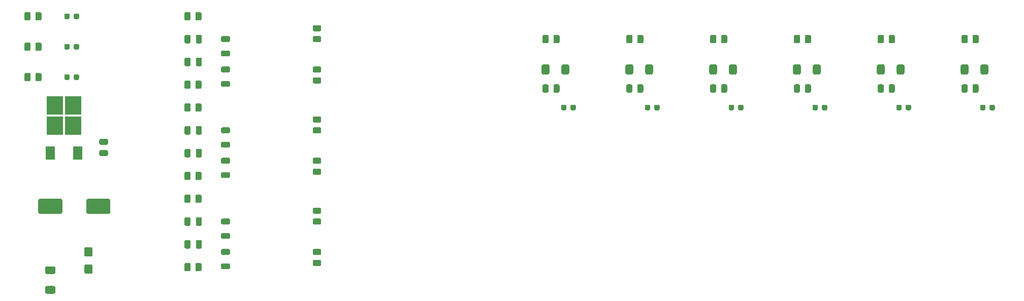
<source format=gbr>
G04 #@! TF.GenerationSoftware,KiCad,Pcbnew,(5.1.10)-1*
G04 #@! TF.CreationDate,2021-10-04T14:19:23-03:00*
G04 #@! TF.ProjectId,ESP-relay_6ch,4553502d-7265-46c6-9179-5f3663682e6b,rev?*
G04 #@! TF.SameCoordinates,Original*
G04 #@! TF.FileFunction,Paste,Top*
G04 #@! TF.FilePolarity,Positive*
%FSLAX46Y46*%
G04 Gerber Fmt 4.6, Leading zero omitted, Abs format (unit mm)*
G04 Created by KiCad (PCBNEW (5.1.10)-1) date 2021-10-04 14:19:23*
%MOMM*%
%LPD*%
G01*
G04 APERTURE LIST*
%ADD10R,2.750000X3.050000*%
%ADD11R,1.600000X2.200000*%
G04 APERTURE END LIST*
G04 #@! TO.C,D1*
G36*
G01*
X71840000Y-113650000D02*
X72940000Y-113650000D01*
G75*
G02*
X73265000Y-113975000I0J-325000D01*
G01*
X73265000Y-114625000D01*
G75*
G02*
X72940000Y-114950000I-325000J0D01*
G01*
X71840000Y-114950000D01*
G75*
G02*
X71515000Y-114625000I0J325000D01*
G01*
X71515000Y-113975000D01*
G75*
G02*
X71840000Y-113650000I325000J0D01*
G01*
G37*
G36*
G01*
X71840000Y-110350000D02*
X72940000Y-110350000D01*
G75*
G02*
X73265000Y-110675000I0J-325000D01*
G01*
X73265000Y-111325000D01*
G75*
G02*
X72940000Y-111650000I-325000J0D01*
G01*
X71840000Y-111650000D01*
G75*
G02*
X71515000Y-111325000I0J325000D01*
G01*
X71515000Y-110675000D01*
G75*
G02*
X71840000Y-110350000I325000J0D01*
G01*
G37*
G04 #@! TD*
G04 #@! TO.C,R17*
G36*
G01*
X154427500Y-81095002D02*
X154427500Y-80194998D01*
G75*
G02*
X154677498Y-79945000I249998J0D01*
G01*
X155202502Y-79945000D01*
G75*
G02*
X155452500Y-80194998I0J-249998D01*
G01*
X155452500Y-81095002D01*
G75*
G02*
X155202502Y-81345000I-249998J0D01*
G01*
X154677498Y-81345000D01*
G75*
G02*
X154427500Y-81095002I0J249998D01*
G01*
G37*
G36*
G01*
X156252500Y-81095002D02*
X156252500Y-80194998D01*
G75*
G02*
X156502498Y-79945000I249998J0D01*
G01*
X157027502Y-79945000D01*
G75*
G02*
X157277500Y-80194998I0J-249998D01*
G01*
X157277500Y-81095002D01*
G75*
G02*
X157027502Y-81345000I-249998J0D01*
G01*
X156502498Y-81345000D01*
G75*
G02*
X156252500Y-81095002I0J249998D01*
G01*
G37*
G04 #@! TD*
G04 #@! TO.C,R26*
G36*
G01*
X227127500Y-71939998D02*
X227127500Y-72840002D01*
G75*
G02*
X226877502Y-73090000I-249998J0D01*
G01*
X226352498Y-73090000D01*
G75*
G02*
X226102500Y-72840002I0J249998D01*
G01*
X226102500Y-71939998D01*
G75*
G02*
X226352498Y-71690000I249998J0D01*
G01*
X226877502Y-71690000D01*
G75*
G02*
X227127500Y-71939998I0J-249998D01*
G01*
G37*
G36*
G01*
X225302500Y-71939998D02*
X225302500Y-72840002D01*
G75*
G02*
X225052502Y-73090000I-249998J0D01*
G01*
X224527498Y-73090000D01*
G75*
G02*
X224277500Y-72840002I0J249998D01*
G01*
X224277500Y-71939998D01*
G75*
G02*
X224527498Y-71690000I249998J0D01*
G01*
X225052502Y-71690000D01*
G75*
G02*
X225302500Y-71939998I0J-249998D01*
G01*
G37*
G04 #@! TD*
G04 #@! TO.C,R24*
G36*
G01*
X213157500Y-71939998D02*
X213157500Y-72840002D01*
G75*
G02*
X212907502Y-73090000I-249998J0D01*
G01*
X212382498Y-73090000D01*
G75*
G02*
X212132500Y-72840002I0J249998D01*
G01*
X212132500Y-71939998D01*
G75*
G02*
X212382498Y-71690000I249998J0D01*
G01*
X212907502Y-71690000D01*
G75*
G02*
X213157500Y-71939998I0J-249998D01*
G01*
G37*
G36*
G01*
X211332500Y-71939998D02*
X211332500Y-72840002D01*
G75*
G02*
X211082502Y-73090000I-249998J0D01*
G01*
X210557498Y-73090000D01*
G75*
G02*
X210307500Y-72840002I0J249998D01*
G01*
X210307500Y-71939998D01*
G75*
G02*
X210557498Y-71690000I249998J0D01*
G01*
X211082502Y-71690000D01*
G75*
G02*
X211332500Y-71939998I0J-249998D01*
G01*
G37*
G04 #@! TD*
G04 #@! TO.C,R22*
G36*
G01*
X199187500Y-71939998D02*
X199187500Y-72840002D01*
G75*
G02*
X198937502Y-73090000I-249998J0D01*
G01*
X198412498Y-73090000D01*
G75*
G02*
X198162500Y-72840002I0J249998D01*
G01*
X198162500Y-71939998D01*
G75*
G02*
X198412498Y-71690000I249998J0D01*
G01*
X198937502Y-71690000D01*
G75*
G02*
X199187500Y-71939998I0J-249998D01*
G01*
G37*
G36*
G01*
X197362500Y-71939998D02*
X197362500Y-72840002D01*
G75*
G02*
X197112502Y-73090000I-249998J0D01*
G01*
X196587498Y-73090000D01*
G75*
G02*
X196337500Y-72840002I0J249998D01*
G01*
X196337500Y-71939998D01*
G75*
G02*
X196587498Y-71690000I249998J0D01*
G01*
X197112502Y-71690000D01*
G75*
G02*
X197362500Y-71939998I0J-249998D01*
G01*
G37*
G04 #@! TD*
G04 #@! TO.C,R20*
G36*
G01*
X185217500Y-71939998D02*
X185217500Y-72840002D01*
G75*
G02*
X184967502Y-73090000I-249998J0D01*
G01*
X184442498Y-73090000D01*
G75*
G02*
X184192500Y-72840002I0J249998D01*
G01*
X184192500Y-71939998D01*
G75*
G02*
X184442498Y-71690000I249998J0D01*
G01*
X184967502Y-71690000D01*
G75*
G02*
X185217500Y-71939998I0J-249998D01*
G01*
G37*
G36*
G01*
X183392500Y-71939998D02*
X183392500Y-72840002D01*
G75*
G02*
X183142502Y-73090000I-249998J0D01*
G01*
X182617498Y-73090000D01*
G75*
G02*
X182367500Y-72840002I0J249998D01*
G01*
X182367500Y-71939998D01*
G75*
G02*
X182617498Y-71690000I249998J0D01*
G01*
X183142502Y-71690000D01*
G75*
G02*
X183392500Y-71939998I0J-249998D01*
G01*
G37*
G04 #@! TD*
G04 #@! TO.C,R18*
G36*
G01*
X171247500Y-71939998D02*
X171247500Y-72840002D01*
G75*
G02*
X170997502Y-73090000I-249998J0D01*
G01*
X170472498Y-73090000D01*
G75*
G02*
X170222500Y-72840002I0J249998D01*
G01*
X170222500Y-71939998D01*
G75*
G02*
X170472498Y-71690000I249998J0D01*
G01*
X170997502Y-71690000D01*
G75*
G02*
X171247500Y-71939998I0J-249998D01*
G01*
G37*
G36*
G01*
X169422500Y-71939998D02*
X169422500Y-72840002D01*
G75*
G02*
X169172502Y-73090000I-249998J0D01*
G01*
X168647498Y-73090000D01*
G75*
G02*
X168397500Y-72840002I0J249998D01*
G01*
X168397500Y-71939998D01*
G75*
G02*
X168647498Y-71690000I249998J0D01*
G01*
X169172502Y-71690000D01*
G75*
G02*
X169422500Y-71939998I0J-249998D01*
G01*
G37*
G04 #@! TD*
G04 #@! TO.C,R16*
G36*
G01*
X157277500Y-71939998D02*
X157277500Y-72840002D01*
G75*
G02*
X157027502Y-73090000I-249998J0D01*
G01*
X156502498Y-73090000D01*
G75*
G02*
X156252500Y-72840002I0J249998D01*
G01*
X156252500Y-71939998D01*
G75*
G02*
X156502498Y-71690000I249998J0D01*
G01*
X157027502Y-71690000D01*
G75*
G02*
X157277500Y-71939998I0J-249998D01*
G01*
G37*
G36*
G01*
X155452500Y-71939998D02*
X155452500Y-72840002D01*
G75*
G02*
X155202502Y-73090000I-249998J0D01*
G01*
X154677498Y-73090000D01*
G75*
G02*
X154427500Y-72840002I0J249998D01*
G01*
X154427500Y-71939998D01*
G75*
G02*
X154677498Y-71690000I249998J0D01*
G01*
X155202502Y-71690000D01*
G75*
G02*
X155452500Y-71939998I0J-249998D01*
G01*
G37*
G04 #@! TD*
G04 #@! TO.C,R15*
G36*
G01*
X117290002Y-110287500D02*
X116389998Y-110287500D01*
G75*
G02*
X116140000Y-110037502I0J249998D01*
G01*
X116140000Y-109512498D01*
G75*
G02*
X116389998Y-109262500I249998J0D01*
G01*
X117290002Y-109262500D01*
G75*
G02*
X117540000Y-109512498I0J-249998D01*
G01*
X117540000Y-110037502D01*
G75*
G02*
X117290002Y-110287500I-249998J0D01*
G01*
G37*
G36*
G01*
X117290002Y-108462500D02*
X116389998Y-108462500D01*
G75*
G02*
X116140000Y-108212502I0J249998D01*
G01*
X116140000Y-107687498D01*
G75*
G02*
X116389998Y-107437500I249998J0D01*
G01*
X117290002Y-107437500D01*
G75*
G02*
X117540000Y-107687498I0J-249998D01*
G01*
X117540000Y-108212502D01*
G75*
G02*
X117290002Y-108462500I-249998J0D01*
G01*
G37*
G04 #@! TD*
G04 #@! TO.C,R14*
G36*
G01*
X97587500Y-110039998D02*
X97587500Y-110940002D01*
G75*
G02*
X97337502Y-111190000I-249998J0D01*
G01*
X96812498Y-111190000D01*
G75*
G02*
X96562500Y-110940002I0J249998D01*
G01*
X96562500Y-110039998D01*
G75*
G02*
X96812498Y-109790000I249998J0D01*
G01*
X97337502Y-109790000D01*
G75*
G02*
X97587500Y-110039998I0J-249998D01*
G01*
G37*
G36*
G01*
X95762500Y-110039998D02*
X95762500Y-110940002D01*
G75*
G02*
X95512502Y-111190000I-249998J0D01*
G01*
X94987498Y-111190000D01*
G75*
G02*
X94737500Y-110940002I0J249998D01*
G01*
X94737500Y-110039998D01*
G75*
G02*
X94987498Y-109790000I249998J0D01*
G01*
X95512502Y-109790000D01*
G75*
G02*
X95762500Y-110039998I0J-249998D01*
G01*
G37*
G04 #@! TD*
G04 #@! TO.C,R13*
G36*
G01*
X116389998Y-100532500D02*
X117290002Y-100532500D01*
G75*
G02*
X117540000Y-100782498I0J-249998D01*
G01*
X117540000Y-101307502D01*
G75*
G02*
X117290002Y-101557500I-249998J0D01*
G01*
X116389998Y-101557500D01*
G75*
G02*
X116140000Y-101307502I0J249998D01*
G01*
X116140000Y-100782498D01*
G75*
G02*
X116389998Y-100532500I249998J0D01*
G01*
G37*
G36*
G01*
X116389998Y-102357500D02*
X117290002Y-102357500D01*
G75*
G02*
X117540000Y-102607498I0J-249998D01*
G01*
X117540000Y-103132502D01*
G75*
G02*
X117290002Y-103382500I-249998J0D01*
G01*
X116389998Y-103382500D01*
G75*
G02*
X116140000Y-103132502I0J249998D01*
G01*
X116140000Y-102607498D01*
G75*
G02*
X116389998Y-102357500I249998J0D01*
G01*
G37*
G04 #@! TD*
G04 #@! TO.C,R12*
G36*
G01*
X97587500Y-98609998D02*
X97587500Y-99510002D01*
G75*
G02*
X97337502Y-99760000I-249998J0D01*
G01*
X96812498Y-99760000D01*
G75*
G02*
X96562500Y-99510002I0J249998D01*
G01*
X96562500Y-98609998D01*
G75*
G02*
X96812498Y-98360000I249998J0D01*
G01*
X97337502Y-98360000D01*
G75*
G02*
X97587500Y-98609998I0J-249998D01*
G01*
G37*
G36*
G01*
X95762500Y-98609998D02*
X95762500Y-99510002D01*
G75*
G02*
X95512502Y-99760000I-249998J0D01*
G01*
X94987498Y-99760000D01*
G75*
G02*
X94737500Y-99510002I0J249998D01*
G01*
X94737500Y-98609998D01*
G75*
G02*
X94987498Y-98360000I249998J0D01*
G01*
X95512502Y-98360000D01*
G75*
G02*
X95762500Y-98609998I0J-249998D01*
G01*
G37*
G04 #@! TD*
G04 #@! TO.C,R11*
G36*
G01*
X117290002Y-95047500D02*
X116389998Y-95047500D01*
G75*
G02*
X116140000Y-94797502I0J249998D01*
G01*
X116140000Y-94272498D01*
G75*
G02*
X116389998Y-94022500I249998J0D01*
G01*
X117290002Y-94022500D01*
G75*
G02*
X117540000Y-94272498I0J-249998D01*
G01*
X117540000Y-94797502D01*
G75*
G02*
X117290002Y-95047500I-249998J0D01*
G01*
G37*
G36*
G01*
X117290002Y-93222500D02*
X116389998Y-93222500D01*
G75*
G02*
X116140000Y-92972502I0J249998D01*
G01*
X116140000Y-92447498D01*
G75*
G02*
X116389998Y-92197500I249998J0D01*
G01*
X117290002Y-92197500D01*
G75*
G02*
X117540000Y-92447498I0J-249998D01*
G01*
X117540000Y-92972502D01*
G75*
G02*
X117290002Y-93222500I-249998J0D01*
G01*
G37*
G04 #@! TD*
G04 #@! TO.C,R10*
G36*
G01*
X97587500Y-94799998D02*
X97587500Y-95700002D01*
G75*
G02*
X97337502Y-95950000I-249998J0D01*
G01*
X96812498Y-95950000D01*
G75*
G02*
X96562500Y-95700002I0J249998D01*
G01*
X96562500Y-94799998D01*
G75*
G02*
X96812498Y-94550000I249998J0D01*
G01*
X97337502Y-94550000D01*
G75*
G02*
X97587500Y-94799998I0J-249998D01*
G01*
G37*
G36*
G01*
X95762500Y-94799998D02*
X95762500Y-95700002D01*
G75*
G02*
X95512502Y-95950000I-249998J0D01*
G01*
X94987498Y-95950000D01*
G75*
G02*
X94737500Y-95700002I0J249998D01*
G01*
X94737500Y-94799998D01*
G75*
G02*
X94987498Y-94550000I249998J0D01*
G01*
X95512502Y-94550000D01*
G75*
G02*
X95762500Y-94799998I0J-249998D01*
G01*
G37*
G04 #@! TD*
G04 #@! TO.C,R9*
G36*
G01*
X116389998Y-85292500D02*
X117290002Y-85292500D01*
G75*
G02*
X117540000Y-85542498I0J-249998D01*
G01*
X117540000Y-86067502D01*
G75*
G02*
X117290002Y-86317500I-249998J0D01*
G01*
X116389998Y-86317500D01*
G75*
G02*
X116140000Y-86067502I0J249998D01*
G01*
X116140000Y-85542498D01*
G75*
G02*
X116389998Y-85292500I249998J0D01*
G01*
G37*
G36*
G01*
X116389998Y-87117500D02*
X117290002Y-87117500D01*
G75*
G02*
X117540000Y-87367498I0J-249998D01*
G01*
X117540000Y-87892502D01*
G75*
G02*
X117290002Y-88142500I-249998J0D01*
G01*
X116389998Y-88142500D01*
G75*
G02*
X116140000Y-87892502I0J249998D01*
G01*
X116140000Y-87367498D01*
G75*
G02*
X116389998Y-87117500I249998J0D01*
G01*
G37*
G04 #@! TD*
G04 #@! TO.C,R8*
G36*
G01*
X97587500Y-83369998D02*
X97587500Y-84270002D01*
G75*
G02*
X97337502Y-84520000I-249998J0D01*
G01*
X96812498Y-84520000D01*
G75*
G02*
X96562500Y-84270002I0J249998D01*
G01*
X96562500Y-83369998D01*
G75*
G02*
X96812498Y-83120000I249998J0D01*
G01*
X97337502Y-83120000D01*
G75*
G02*
X97587500Y-83369998I0J-249998D01*
G01*
G37*
G36*
G01*
X95762500Y-83369998D02*
X95762500Y-84270002D01*
G75*
G02*
X95512502Y-84520000I-249998J0D01*
G01*
X94987498Y-84520000D01*
G75*
G02*
X94737500Y-84270002I0J249998D01*
G01*
X94737500Y-83369998D01*
G75*
G02*
X94987498Y-83120000I249998J0D01*
G01*
X95512502Y-83120000D01*
G75*
G02*
X95762500Y-83369998I0J-249998D01*
G01*
G37*
G04 #@! TD*
G04 #@! TO.C,R7*
G36*
G01*
X117290002Y-79807500D02*
X116389998Y-79807500D01*
G75*
G02*
X116140000Y-79557502I0J249998D01*
G01*
X116140000Y-79032498D01*
G75*
G02*
X116389998Y-78782500I249998J0D01*
G01*
X117290002Y-78782500D01*
G75*
G02*
X117540000Y-79032498I0J-249998D01*
G01*
X117540000Y-79557502D01*
G75*
G02*
X117290002Y-79807500I-249998J0D01*
G01*
G37*
G36*
G01*
X117290002Y-77982500D02*
X116389998Y-77982500D01*
G75*
G02*
X116140000Y-77732502I0J249998D01*
G01*
X116140000Y-77207498D01*
G75*
G02*
X116389998Y-76957500I249998J0D01*
G01*
X117290002Y-76957500D01*
G75*
G02*
X117540000Y-77207498I0J-249998D01*
G01*
X117540000Y-77732502D01*
G75*
G02*
X117290002Y-77982500I-249998J0D01*
G01*
G37*
G04 #@! TD*
G04 #@! TO.C,R6*
G36*
G01*
X97587500Y-79559998D02*
X97587500Y-80460002D01*
G75*
G02*
X97337502Y-80710000I-249998J0D01*
G01*
X96812498Y-80710000D01*
G75*
G02*
X96562500Y-80460002I0J249998D01*
G01*
X96562500Y-79559998D01*
G75*
G02*
X96812498Y-79310000I249998J0D01*
G01*
X97337502Y-79310000D01*
G75*
G02*
X97587500Y-79559998I0J-249998D01*
G01*
G37*
G36*
G01*
X95762500Y-79559998D02*
X95762500Y-80460002D01*
G75*
G02*
X95512502Y-80710000I-249998J0D01*
G01*
X94987498Y-80710000D01*
G75*
G02*
X94737500Y-80460002I0J249998D01*
G01*
X94737500Y-79559998D01*
G75*
G02*
X94987498Y-79310000I249998J0D01*
G01*
X95512502Y-79310000D01*
G75*
G02*
X95762500Y-79559998I0J-249998D01*
G01*
G37*
G04 #@! TD*
G04 #@! TO.C,R5*
G36*
G01*
X116389998Y-70052500D02*
X117290002Y-70052500D01*
G75*
G02*
X117540000Y-70302498I0J-249998D01*
G01*
X117540000Y-70827502D01*
G75*
G02*
X117290002Y-71077500I-249998J0D01*
G01*
X116389998Y-71077500D01*
G75*
G02*
X116140000Y-70827502I0J249998D01*
G01*
X116140000Y-70302498D01*
G75*
G02*
X116389998Y-70052500I249998J0D01*
G01*
G37*
G36*
G01*
X116389998Y-71877500D02*
X117290002Y-71877500D01*
G75*
G02*
X117540000Y-72127498I0J-249998D01*
G01*
X117540000Y-72652502D01*
G75*
G02*
X117290002Y-72902500I-249998J0D01*
G01*
X116389998Y-72902500D01*
G75*
G02*
X116140000Y-72652502I0J249998D01*
G01*
X116140000Y-72127498D01*
G75*
G02*
X116389998Y-71877500I249998J0D01*
G01*
G37*
G04 #@! TD*
G04 #@! TO.C,R4*
G36*
G01*
X97587500Y-68129998D02*
X97587500Y-69030002D01*
G75*
G02*
X97337502Y-69280000I-249998J0D01*
G01*
X96812498Y-69280000D01*
G75*
G02*
X96562500Y-69030002I0J249998D01*
G01*
X96562500Y-68129998D01*
G75*
G02*
X96812498Y-67880000I249998J0D01*
G01*
X97337502Y-67880000D01*
G75*
G02*
X97587500Y-68129998I0J-249998D01*
G01*
G37*
G36*
G01*
X95762500Y-68129998D02*
X95762500Y-69030002D01*
G75*
G02*
X95512502Y-69280000I-249998J0D01*
G01*
X94987498Y-69280000D01*
G75*
G02*
X94737500Y-69030002I0J249998D01*
G01*
X94737500Y-68129998D01*
G75*
G02*
X94987498Y-67880000I249998J0D01*
G01*
X95512502Y-67880000D01*
G75*
G02*
X95762500Y-68129998I0J-249998D01*
G01*
G37*
G04 #@! TD*
G04 #@! TO.C,R3*
G36*
G01*
X68067500Y-74110002D02*
X68067500Y-73209998D01*
G75*
G02*
X68317498Y-72960000I249998J0D01*
G01*
X68842502Y-72960000D01*
G75*
G02*
X69092500Y-73209998I0J-249998D01*
G01*
X69092500Y-74110002D01*
G75*
G02*
X68842502Y-74360000I-249998J0D01*
G01*
X68317498Y-74360000D01*
G75*
G02*
X68067500Y-74110002I0J249998D01*
G01*
G37*
G36*
G01*
X69892500Y-74110002D02*
X69892500Y-73209998D01*
G75*
G02*
X70142498Y-72960000I249998J0D01*
G01*
X70667502Y-72960000D01*
G75*
G02*
X70917500Y-73209998I0J-249998D01*
G01*
X70917500Y-74110002D01*
G75*
G02*
X70667502Y-74360000I-249998J0D01*
G01*
X70142498Y-74360000D01*
G75*
G02*
X69892500Y-74110002I0J249998D01*
G01*
G37*
G04 #@! TD*
G04 #@! TO.C,R2*
G36*
G01*
X68067500Y-79190002D02*
X68067500Y-78289998D01*
G75*
G02*
X68317498Y-78040000I249998J0D01*
G01*
X68842502Y-78040000D01*
G75*
G02*
X69092500Y-78289998I0J-249998D01*
G01*
X69092500Y-79190002D01*
G75*
G02*
X68842502Y-79440000I-249998J0D01*
G01*
X68317498Y-79440000D01*
G75*
G02*
X68067500Y-79190002I0J249998D01*
G01*
G37*
G36*
G01*
X69892500Y-79190002D02*
X69892500Y-78289998D01*
G75*
G02*
X70142498Y-78040000I249998J0D01*
G01*
X70667502Y-78040000D01*
G75*
G02*
X70917500Y-78289998I0J-249998D01*
G01*
X70917500Y-79190002D01*
G75*
G02*
X70667502Y-79440000I-249998J0D01*
G01*
X70142498Y-79440000D01*
G75*
G02*
X69892500Y-79190002I0J249998D01*
G01*
G37*
G04 #@! TD*
G04 #@! TO.C,R1*
G36*
G01*
X68067500Y-69030002D02*
X68067500Y-68129998D01*
G75*
G02*
X68317498Y-67880000I249998J0D01*
G01*
X68842502Y-67880000D01*
G75*
G02*
X69092500Y-68129998I0J-249998D01*
G01*
X69092500Y-69030002D01*
G75*
G02*
X68842502Y-69280000I-249998J0D01*
G01*
X68317498Y-69280000D01*
G75*
G02*
X68067500Y-69030002I0J249998D01*
G01*
G37*
G36*
G01*
X69892500Y-69030002D02*
X69892500Y-68129998D01*
G75*
G02*
X70142498Y-67880000I249998J0D01*
G01*
X70667502Y-67880000D01*
G75*
G02*
X70917500Y-68129998I0J-249998D01*
G01*
X70917500Y-69030002D01*
G75*
G02*
X70667502Y-69280000I-249998J0D01*
G01*
X70142498Y-69280000D01*
G75*
G02*
X69892500Y-69030002I0J249998D01*
G01*
G37*
G04 #@! TD*
G04 #@! TO.C,C1*
G36*
G01*
X70390000Y-101330000D02*
X70390000Y-99330000D01*
G75*
G02*
X70640000Y-99080000I250000J0D01*
G01*
X74140000Y-99080000D01*
G75*
G02*
X74390000Y-99330000I0J-250000D01*
G01*
X74390000Y-101330000D01*
G75*
G02*
X74140000Y-101580000I-250000J0D01*
G01*
X70640000Y-101580000D01*
G75*
G02*
X70390000Y-101330000I0J250000D01*
G01*
G37*
G36*
G01*
X78390000Y-101330000D02*
X78390000Y-99330000D01*
G75*
G02*
X78640000Y-99080000I250000J0D01*
G01*
X82140000Y-99080000D01*
G75*
G02*
X82390000Y-99330000I0J-250000D01*
G01*
X82390000Y-101330000D01*
G75*
G02*
X82140000Y-101580000I-250000J0D01*
G01*
X78640000Y-101580000D01*
G75*
G02*
X78390000Y-101330000I0J250000D01*
G01*
G37*
G04 #@! TD*
G04 #@! TO.C,D5*
G36*
G01*
X102100000Y-72890000D02*
X101100000Y-72890000D01*
G75*
G02*
X100850000Y-72640000I0J250000D01*
G01*
X100850000Y-72140000D01*
G75*
G02*
X101100000Y-71890000I250000J0D01*
G01*
X102100000Y-71890000D01*
G75*
G02*
X102350000Y-72140000I0J-250000D01*
G01*
X102350000Y-72640000D01*
G75*
G02*
X102100000Y-72890000I-250000J0D01*
G01*
G37*
G36*
G01*
X102100000Y-75290000D02*
X101100000Y-75290000D01*
G75*
G02*
X100850000Y-75040000I0J250000D01*
G01*
X100850000Y-74540000D01*
G75*
G02*
X101100000Y-74290000I250000J0D01*
G01*
X102100000Y-74290000D01*
G75*
G02*
X102350000Y-74540000I0J-250000D01*
G01*
X102350000Y-75040000D01*
G75*
G02*
X102100000Y-75290000I-250000J0D01*
G01*
G37*
G04 #@! TD*
G04 #@! TO.C,D6*
G36*
G01*
X102100000Y-80370000D02*
X101100000Y-80370000D01*
G75*
G02*
X100850000Y-80120000I0J250000D01*
G01*
X100850000Y-79620000D01*
G75*
G02*
X101100000Y-79370000I250000J0D01*
G01*
X102100000Y-79370000D01*
G75*
G02*
X102350000Y-79620000I0J-250000D01*
G01*
X102350000Y-80120000D01*
G75*
G02*
X102100000Y-80370000I-250000J0D01*
G01*
G37*
G36*
G01*
X102100000Y-77970000D02*
X101100000Y-77970000D01*
G75*
G02*
X100850000Y-77720000I0J250000D01*
G01*
X100850000Y-77220000D01*
G75*
G02*
X101100000Y-76970000I250000J0D01*
G01*
X102100000Y-76970000D01*
G75*
G02*
X102350000Y-77220000I0J-250000D01*
G01*
X102350000Y-77720000D01*
G75*
G02*
X102100000Y-77970000I-250000J0D01*
G01*
G37*
G04 #@! TD*
G04 #@! TO.C,D7*
G36*
G01*
X102100000Y-90530000D02*
X101100000Y-90530000D01*
G75*
G02*
X100850000Y-90280000I0J250000D01*
G01*
X100850000Y-89780000D01*
G75*
G02*
X101100000Y-89530000I250000J0D01*
G01*
X102100000Y-89530000D01*
G75*
G02*
X102350000Y-89780000I0J-250000D01*
G01*
X102350000Y-90280000D01*
G75*
G02*
X102100000Y-90530000I-250000J0D01*
G01*
G37*
G36*
G01*
X102100000Y-88130000D02*
X101100000Y-88130000D01*
G75*
G02*
X100850000Y-87880000I0J250000D01*
G01*
X100850000Y-87380000D01*
G75*
G02*
X101100000Y-87130000I250000J0D01*
G01*
X102100000Y-87130000D01*
G75*
G02*
X102350000Y-87380000I0J-250000D01*
G01*
X102350000Y-87880000D01*
G75*
G02*
X102100000Y-88130000I-250000J0D01*
G01*
G37*
G04 #@! TD*
G04 #@! TO.C,D8*
G36*
G01*
X102100000Y-93210000D02*
X101100000Y-93210000D01*
G75*
G02*
X100850000Y-92960000I0J250000D01*
G01*
X100850000Y-92460000D01*
G75*
G02*
X101100000Y-92210000I250000J0D01*
G01*
X102100000Y-92210000D01*
G75*
G02*
X102350000Y-92460000I0J-250000D01*
G01*
X102350000Y-92960000D01*
G75*
G02*
X102100000Y-93210000I-250000J0D01*
G01*
G37*
G36*
G01*
X102100000Y-95610000D02*
X101100000Y-95610000D01*
G75*
G02*
X100850000Y-95360000I0J250000D01*
G01*
X100850000Y-94860000D01*
G75*
G02*
X101100000Y-94610000I250000J0D01*
G01*
X102100000Y-94610000D01*
G75*
G02*
X102350000Y-94860000I0J-250000D01*
G01*
X102350000Y-95360000D01*
G75*
G02*
X102100000Y-95610000I-250000J0D01*
G01*
G37*
G04 #@! TD*
G04 #@! TO.C,D9*
G36*
G01*
X102100000Y-105770000D02*
X101100000Y-105770000D01*
G75*
G02*
X100850000Y-105520000I0J250000D01*
G01*
X100850000Y-105020000D01*
G75*
G02*
X101100000Y-104770000I250000J0D01*
G01*
X102100000Y-104770000D01*
G75*
G02*
X102350000Y-105020000I0J-250000D01*
G01*
X102350000Y-105520000D01*
G75*
G02*
X102100000Y-105770000I-250000J0D01*
G01*
G37*
G36*
G01*
X102100000Y-103370000D02*
X101100000Y-103370000D01*
G75*
G02*
X100850000Y-103120000I0J250000D01*
G01*
X100850000Y-102620000D01*
G75*
G02*
X101100000Y-102370000I250000J0D01*
G01*
X102100000Y-102370000D01*
G75*
G02*
X102350000Y-102620000I0J-250000D01*
G01*
X102350000Y-103120000D01*
G75*
G02*
X102100000Y-103370000I-250000J0D01*
G01*
G37*
G04 #@! TD*
G04 #@! TO.C,D10*
G36*
G01*
X102100000Y-108450000D02*
X101100000Y-108450000D01*
G75*
G02*
X100850000Y-108200000I0J250000D01*
G01*
X100850000Y-107700000D01*
G75*
G02*
X101100000Y-107450000I250000J0D01*
G01*
X102100000Y-107450000D01*
G75*
G02*
X102350000Y-107700000I0J-250000D01*
G01*
X102350000Y-108200000D01*
G75*
G02*
X102100000Y-108450000I-250000J0D01*
G01*
G37*
G36*
G01*
X102100000Y-110850000D02*
X101100000Y-110850000D01*
G75*
G02*
X100850000Y-110600000I0J250000D01*
G01*
X100850000Y-110100000D01*
G75*
G02*
X101100000Y-109850000I250000J0D01*
G01*
X102100000Y-109850000D01*
G75*
G02*
X102350000Y-110100000I0J-250000D01*
G01*
X102350000Y-110600000D01*
G75*
G02*
X102100000Y-110850000I-250000J0D01*
G01*
G37*
G04 #@! TD*
G04 #@! TO.C,D12*
G36*
G01*
X154290000Y-78020000D02*
X154290000Y-76920000D01*
G75*
G02*
X154615000Y-76595000I325000J0D01*
G01*
X155265000Y-76595000D01*
G75*
G02*
X155590000Y-76920000I0J-325000D01*
G01*
X155590000Y-78020000D01*
G75*
G02*
X155265000Y-78345000I-325000J0D01*
G01*
X154615000Y-78345000D01*
G75*
G02*
X154290000Y-78020000I0J325000D01*
G01*
G37*
G36*
G01*
X157590000Y-78020000D02*
X157590000Y-76920000D01*
G75*
G02*
X157915000Y-76595000I325000J0D01*
G01*
X158565000Y-76595000D01*
G75*
G02*
X158890000Y-76920000I0J-325000D01*
G01*
X158890000Y-78020000D01*
G75*
G02*
X158565000Y-78345000I-325000J0D01*
G01*
X157915000Y-78345000D01*
G75*
G02*
X157590000Y-78020000I0J325000D01*
G01*
G37*
G04 #@! TD*
D10*
G04 #@! TO.C,U1*
X76195000Y-86815000D03*
X73145000Y-83465000D03*
X73145000Y-86815000D03*
X76195000Y-83465000D03*
D11*
X76950000Y-91440000D03*
X72390000Y-91440000D03*
G04 #@! TD*
G04 #@! TO.C,C2*
G36*
G01*
X79165001Y-108737500D02*
X78314999Y-108737500D01*
G75*
G02*
X78065000Y-108487501I0J249999D01*
G01*
X78065000Y-107412499D01*
G75*
G02*
X78314999Y-107162500I249999J0D01*
G01*
X79165001Y-107162500D01*
G75*
G02*
X79415000Y-107412499I0J-249999D01*
G01*
X79415000Y-108487501D01*
G75*
G02*
X79165001Y-108737500I-249999J0D01*
G01*
G37*
G36*
G01*
X79165001Y-111612500D02*
X78314999Y-111612500D01*
G75*
G02*
X78065000Y-111362501I0J249999D01*
G01*
X78065000Y-110287499D01*
G75*
G02*
X78314999Y-110037500I249999J0D01*
G01*
X79165001Y-110037500D01*
G75*
G02*
X79415000Y-110287499I0J-249999D01*
G01*
X79415000Y-111362501D01*
G75*
G02*
X79165001Y-111612500I-249999J0D01*
G01*
G37*
G04 #@! TD*
G04 #@! TO.C,C3*
G36*
G01*
X81755000Y-90040000D02*
X80805000Y-90040000D01*
G75*
G02*
X80555000Y-89790000I0J250000D01*
G01*
X80555000Y-89290000D01*
G75*
G02*
X80805000Y-89040000I250000J0D01*
G01*
X81755000Y-89040000D01*
G75*
G02*
X82005000Y-89290000I0J-250000D01*
G01*
X82005000Y-89790000D01*
G75*
G02*
X81755000Y-90040000I-250000J0D01*
G01*
G37*
G36*
G01*
X81755000Y-91940000D02*
X80805000Y-91940000D01*
G75*
G02*
X80555000Y-91690000I0J250000D01*
G01*
X80555000Y-91190000D01*
G75*
G02*
X80805000Y-90940000I250000J0D01*
G01*
X81755000Y-90940000D01*
G75*
G02*
X82005000Y-91190000I0J-250000D01*
G01*
X82005000Y-91690000D01*
G75*
G02*
X81755000Y-91940000I-250000J0D01*
G01*
G37*
G04 #@! TD*
G04 #@! TO.C,C4*
G36*
G01*
X95750000Y-71915000D02*
X95750000Y-72865000D01*
G75*
G02*
X95500000Y-73115000I-250000J0D01*
G01*
X95000000Y-73115000D01*
G75*
G02*
X94750000Y-72865000I0J250000D01*
G01*
X94750000Y-71915000D01*
G75*
G02*
X95000000Y-71665000I250000J0D01*
G01*
X95500000Y-71665000D01*
G75*
G02*
X95750000Y-71915000I0J-250000D01*
G01*
G37*
G36*
G01*
X97650000Y-71915000D02*
X97650000Y-72865000D01*
G75*
G02*
X97400000Y-73115000I-250000J0D01*
G01*
X96900000Y-73115000D01*
G75*
G02*
X96650000Y-72865000I0J250000D01*
G01*
X96650000Y-71915000D01*
G75*
G02*
X96900000Y-71665000I250000J0D01*
G01*
X97400000Y-71665000D01*
G75*
G02*
X97650000Y-71915000I0J-250000D01*
G01*
G37*
G04 #@! TD*
G04 #@! TO.C,C5*
G36*
G01*
X97650000Y-75725000D02*
X97650000Y-76675000D01*
G75*
G02*
X97400000Y-76925000I-250000J0D01*
G01*
X96900000Y-76925000D01*
G75*
G02*
X96650000Y-76675000I0J250000D01*
G01*
X96650000Y-75725000D01*
G75*
G02*
X96900000Y-75475000I250000J0D01*
G01*
X97400000Y-75475000D01*
G75*
G02*
X97650000Y-75725000I0J-250000D01*
G01*
G37*
G36*
G01*
X95750000Y-75725000D02*
X95750000Y-76675000D01*
G75*
G02*
X95500000Y-76925000I-250000J0D01*
G01*
X95000000Y-76925000D01*
G75*
G02*
X94750000Y-76675000I0J250000D01*
G01*
X94750000Y-75725000D01*
G75*
G02*
X95000000Y-75475000I250000J0D01*
G01*
X95500000Y-75475000D01*
G75*
G02*
X95750000Y-75725000I0J-250000D01*
G01*
G37*
G04 #@! TD*
G04 #@! TO.C,C6*
G36*
G01*
X95750000Y-87155000D02*
X95750000Y-88105000D01*
G75*
G02*
X95500000Y-88355000I-250000J0D01*
G01*
X95000000Y-88355000D01*
G75*
G02*
X94750000Y-88105000I0J250000D01*
G01*
X94750000Y-87155000D01*
G75*
G02*
X95000000Y-86905000I250000J0D01*
G01*
X95500000Y-86905000D01*
G75*
G02*
X95750000Y-87155000I0J-250000D01*
G01*
G37*
G36*
G01*
X97650000Y-87155000D02*
X97650000Y-88105000D01*
G75*
G02*
X97400000Y-88355000I-250000J0D01*
G01*
X96900000Y-88355000D01*
G75*
G02*
X96650000Y-88105000I0J250000D01*
G01*
X96650000Y-87155000D01*
G75*
G02*
X96900000Y-86905000I250000J0D01*
G01*
X97400000Y-86905000D01*
G75*
G02*
X97650000Y-87155000I0J-250000D01*
G01*
G37*
G04 #@! TD*
G04 #@! TO.C,C7*
G36*
G01*
X97650000Y-90965000D02*
X97650000Y-91915000D01*
G75*
G02*
X97400000Y-92165000I-250000J0D01*
G01*
X96900000Y-92165000D01*
G75*
G02*
X96650000Y-91915000I0J250000D01*
G01*
X96650000Y-90965000D01*
G75*
G02*
X96900000Y-90715000I250000J0D01*
G01*
X97400000Y-90715000D01*
G75*
G02*
X97650000Y-90965000I0J-250000D01*
G01*
G37*
G36*
G01*
X95750000Y-90965000D02*
X95750000Y-91915000D01*
G75*
G02*
X95500000Y-92165000I-250000J0D01*
G01*
X95000000Y-92165000D01*
G75*
G02*
X94750000Y-91915000I0J250000D01*
G01*
X94750000Y-90965000D01*
G75*
G02*
X95000000Y-90715000I250000J0D01*
G01*
X95500000Y-90715000D01*
G75*
G02*
X95750000Y-90965000I0J-250000D01*
G01*
G37*
G04 #@! TD*
G04 #@! TO.C,C8*
G36*
G01*
X95750000Y-102395000D02*
X95750000Y-103345000D01*
G75*
G02*
X95500000Y-103595000I-250000J0D01*
G01*
X95000000Y-103595000D01*
G75*
G02*
X94750000Y-103345000I0J250000D01*
G01*
X94750000Y-102395000D01*
G75*
G02*
X95000000Y-102145000I250000J0D01*
G01*
X95500000Y-102145000D01*
G75*
G02*
X95750000Y-102395000I0J-250000D01*
G01*
G37*
G36*
G01*
X97650000Y-102395000D02*
X97650000Y-103345000D01*
G75*
G02*
X97400000Y-103595000I-250000J0D01*
G01*
X96900000Y-103595000D01*
G75*
G02*
X96650000Y-103345000I0J250000D01*
G01*
X96650000Y-102395000D01*
G75*
G02*
X96900000Y-102145000I250000J0D01*
G01*
X97400000Y-102145000D01*
G75*
G02*
X97650000Y-102395000I0J-250000D01*
G01*
G37*
G04 #@! TD*
G04 #@! TO.C,C9*
G36*
G01*
X97650000Y-106205000D02*
X97650000Y-107155000D01*
G75*
G02*
X97400000Y-107405000I-250000J0D01*
G01*
X96900000Y-107405000D01*
G75*
G02*
X96650000Y-107155000I0J250000D01*
G01*
X96650000Y-106205000D01*
G75*
G02*
X96900000Y-105955000I250000J0D01*
G01*
X97400000Y-105955000D01*
G75*
G02*
X97650000Y-106205000I0J-250000D01*
G01*
G37*
G36*
G01*
X95750000Y-106205000D02*
X95750000Y-107155000D01*
G75*
G02*
X95500000Y-107405000I-250000J0D01*
G01*
X95000000Y-107405000D01*
G75*
G02*
X94750000Y-107155000I0J250000D01*
G01*
X94750000Y-106205000D01*
G75*
G02*
X95000000Y-105955000I250000J0D01*
G01*
X95500000Y-105955000D01*
G75*
G02*
X95750000Y-106205000I0J-250000D01*
G01*
G37*
G04 #@! TD*
G04 #@! TO.C,D2*
G36*
G01*
X77180000Y-68323750D02*
X77180000Y-68836250D01*
G75*
G02*
X76961250Y-69055000I-218750J0D01*
G01*
X76523750Y-69055000D01*
G75*
G02*
X76305000Y-68836250I0J218750D01*
G01*
X76305000Y-68323750D01*
G75*
G02*
X76523750Y-68105000I218750J0D01*
G01*
X76961250Y-68105000D01*
G75*
G02*
X77180000Y-68323750I0J-218750D01*
G01*
G37*
G36*
G01*
X75605000Y-68323750D02*
X75605000Y-68836250D01*
G75*
G02*
X75386250Y-69055000I-218750J0D01*
G01*
X74948750Y-69055000D01*
G75*
G02*
X74730000Y-68836250I0J218750D01*
G01*
X74730000Y-68323750D01*
G75*
G02*
X74948750Y-68105000I218750J0D01*
G01*
X75386250Y-68105000D01*
G75*
G02*
X75605000Y-68323750I0J-218750D01*
G01*
G37*
G04 #@! TD*
G04 #@! TO.C,D3*
G36*
G01*
X75605000Y-78483750D02*
X75605000Y-78996250D01*
G75*
G02*
X75386250Y-79215000I-218750J0D01*
G01*
X74948750Y-79215000D01*
G75*
G02*
X74730000Y-78996250I0J218750D01*
G01*
X74730000Y-78483750D01*
G75*
G02*
X74948750Y-78265000I218750J0D01*
G01*
X75386250Y-78265000D01*
G75*
G02*
X75605000Y-78483750I0J-218750D01*
G01*
G37*
G36*
G01*
X77180000Y-78483750D02*
X77180000Y-78996250D01*
G75*
G02*
X76961250Y-79215000I-218750J0D01*
G01*
X76523750Y-79215000D01*
G75*
G02*
X76305000Y-78996250I0J218750D01*
G01*
X76305000Y-78483750D01*
G75*
G02*
X76523750Y-78265000I218750J0D01*
G01*
X76961250Y-78265000D01*
G75*
G02*
X77180000Y-78483750I0J-218750D01*
G01*
G37*
G04 #@! TD*
G04 #@! TO.C,D4*
G36*
G01*
X75605000Y-73403750D02*
X75605000Y-73916250D01*
G75*
G02*
X75386250Y-74135000I-218750J0D01*
G01*
X74948750Y-74135000D01*
G75*
G02*
X74730000Y-73916250I0J218750D01*
G01*
X74730000Y-73403750D01*
G75*
G02*
X74948750Y-73185000I218750J0D01*
G01*
X75386250Y-73185000D01*
G75*
G02*
X75605000Y-73403750I0J-218750D01*
G01*
G37*
G36*
G01*
X77180000Y-73403750D02*
X77180000Y-73916250D01*
G75*
G02*
X76961250Y-74135000I-218750J0D01*
G01*
X76523750Y-74135000D01*
G75*
G02*
X76305000Y-73916250I0J218750D01*
G01*
X76305000Y-73403750D01*
G75*
G02*
X76523750Y-73185000I218750J0D01*
G01*
X76961250Y-73185000D01*
G75*
G02*
X77180000Y-73403750I0J-218750D01*
G01*
G37*
G04 #@! TD*
G04 #@! TO.C,D11*
G36*
G01*
X159975000Y-83563750D02*
X159975000Y-84076250D01*
G75*
G02*
X159756250Y-84295000I-218750J0D01*
G01*
X159318750Y-84295000D01*
G75*
G02*
X159100000Y-84076250I0J218750D01*
G01*
X159100000Y-83563750D01*
G75*
G02*
X159318750Y-83345000I218750J0D01*
G01*
X159756250Y-83345000D01*
G75*
G02*
X159975000Y-83563750I0J-218750D01*
G01*
G37*
G36*
G01*
X158400000Y-83563750D02*
X158400000Y-84076250D01*
G75*
G02*
X158181250Y-84295000I-218750J0D01*
G01*
X157743750Y-84295000D01*
G75*
G02*
X157525000Y-84076250I0J218750D01*
G01*
X157525000Y-83563750D01*
G75*
G02*
X157743750Y-83345000I218750J0D01*
G01*
X158181250Y-83345000D01*
G75*
G02*
X158400000Y-83563750I0J-218750D01*
G01*
G37*
G04 #@! TD*
G04 #@! TO.C,D13*
G36*
G01*
X173945000Y-83563750D02*
X173945000Y-84076250D01*
G75*
G02*
X173726250Y-84295000I-218750J0D01*
G01*
X173288750Y-84295000D01*
G75*
G02*
X173070000Y-84076250I0J218750D01*
G01*
X173070000Y-83563750D01*
G75*
G02*
X173288750Y-83345000I218750J0D01*
G01*
X173726250Y-83345000D01*
G75*
G02*
X173945000Y-83563750I0J-218750D01*
G01*
G37*
G36*
G01*
X172370000Y-83563750D02*
X172370000Y-84076250D01*
G75*
G02*
X172151250Y-84295000I-218750J0D01*
G01*
X171713750Y-84295000D01*
G75*
G02*
X171495000Y-84076250I0J218750D01*
G01*
X171495000Y-83563750D01*
G75*
G02*
X171713750Y-83345000I218750J0D01*
G01*
X172151250Y-83345000D01*
G75*
G02*
X172370000Y-83563750I0J-218750D01*
G01*
G37*
G04 #@! TD*
G04 #@! TO.C,D14*
G36*
G01*
X168260000Y-78020000D02*
X168260000Y-76920000D01*
G75*
G02*
X168585000Y-76595000I325000J0D01*
G01*
X169235000Y-76595000D01*
G75*
G02*
X169560000Y-76920000I0J-325000D01*
G01*
X169560000Y-78020000D01*
G75*
G02*
X169235000Y-78345000I-325000J0D01*
G01*
X168585000Y-78345000D01*
G75*
G02*
X168260000Y-78020000I0J325000D01*
G01*
G37*
G36*
G01*
X171560000Y-78020000D02*
X171560000Y-76920000D01*
G75*
G02*
X171885000Y-76595000I325000J0D01*
G01*
X172535000Y-76595000D01*
G75*
G02*
X172860000Y-76920000I0J-325000D01*
G01*
X172860000Y-78020000D01*
G75*
G02*
X172535000Y-78345000I-325000J0D01*
G01*
X171885000Y-78345000D01*
G75*
G02*
X171560000Y-78020000I0J325000D01*
G01*
G37*
G04 #@! TD*
G04 #@! TO.C,D15*
G36*
G01*
X186340000Y-83563750D02*
X186340000Y-84076250D01*
G75*
G02*
X186121250Y-84295000I-218750J0D01*
G01*
X185683750Y-84295000D01*
G75*
G02*
X185465000Y-84076250I0J218750D01*
G01*
X185465000Y-83563750D01*
G75*
G02*
X185683750Y-83345000I218750J0D01*
G01*
X186121250Y-83345000D01*
G75*
G02*
X186340000Y-83563750I0J-218750D01*
G01*
G37*
G36*
G01*
X187915000Y-83563750D02*
X187915000Y-84076250D01*
G75*
G02*
X187696250Y-84295000I-218750J0D01*
G01*
X187258750Y-84295000D01*
G75*
G02*
X187040000Y-84076250I0J218750D01*
G01*
X187040000Y-83563750D01*
G75*
G02*
X187258750Y-83345000I218750J0D01*
G01*
X187696250Y-83345000D01*
G75*
G02*
X187915000Y-83563750I0J-218750D01*
G01*
G37*
G04 #@! TD*
G04 #@! TO.C,D16*
G36*
G01*
X185530000Y-78020000D02*
X185530000Y-76920000D01*
G75*
G02*
X185855000Y-76595000I325000J0D01*
G01*
X186505000Y-76595000D01*
G75*
G02*
X186830000Y-76920000I0J-325000D01*
G01*
X186830000Y-78020000D01*
G75*
G02*
X186505000Y-78345000I-325000J0D01*
G01*
X185855000Y-78345000D01*
G75*
G02*
X185530000Y-78020000I0J325000D01*
G01*
G37*
G36*
G01*
X182230000Y-78020000D02*
X182230000Y-76920000D01*
G75*
G02*
X182555000Y-76595000I325000J0D01*
G01*
X183205000Y-76595000D01*
G75*
G02*
X183530000Y-76920000I0J-325000D01*
G01*
X183530000Y-78020000D01*
G75*
G02*
X183205000Y-78345000I-325000J0D01*
G01*
X182555000Y-78345000D01*
G75*
G02*
X182230000Y-78020000I0J325000D01*
G01*
G37*
G04 #@! TD*
G04 #@! TO.C,D17*
G36*
G01*
X201885000Y-83563750D02*
X201885000Y-84076250D01*
G75*
G02*
X201666250Y-84295000I-218750J0D01*
G01*
X201228750Y-84295000D01*
G75*
G02*
X201010000Y-84076250I0J218750D01*
G01*
X201010000Y-83563750D01*
G75*
G02*
X201228750Y-83345000I218750J0D01*
G01*
X201666250Y-83345000D01*
G75*
G02*
X201885000Y-83563750I0J-218750D01*
G01*
G37*
G36*
G01*
X200310000Y-83563750D02*
X200310000Y-84076250D01*
G75*
G02*
X200091250Y-84295000I-218750J0D01*
G01*
X199653750Y-84295000D01*
G75*
G02*
X199435000Y-84076250I0J218750D01*
G01*
X199435000Y-83563750D01*
G75*
G02*
X199653750Y-83345000I218750J0D01*
G01*
X200091250Y-83345000D01*
G75*
G02*
X200310000Y-83563750I0J-218750D01*
G01*
G37*
G04 #@! TD*
G04 #@! TO.C,D18*
G36*
G01*
X196200000Y-78020000D02*
X196200000Y-76920000D01*
G75*
G02*
X196525000Y-76595000I325000J0D01*
G01*
X197175000Y-76595000D01*
G75*
G02*
X197500000Y-76920000I0J-325000D01*
G01*
X197500000Y-78020000D01*
G75*
G02*
X197175000Y-78345000I-325000J0D01*
G01*
X196525000Y-78345000D01*
G75*
G02*
X196200000Y-78020000I0J325000D01*
G01*
G37*
G36*
G01*
X199500000Y-78020000D02*
X199500000Y-76920000D01*
G75*
G02*
X199825000Y-76595000I325000J0D01*
G01*
X200475000Y-76595000D01*
G75*
G02*
X200800000Y-76920000I0J-325000D01*
G01*
X200800000Y-78020000D01*
G75*
G02*
X200475000Y-78345000I-325000J0D01*
G01*
X199825000Y-78345000D01*
G75*
G02*
X199500000Y-78020000I0J325000D01*
G01*
G37*
G04 #@! TD*
G04 #@! TO.C,D19*
G36*
G01*
X215855000Y-83563750D02*
X215855000Y-84076250D01*
G75*
G02*
X215636250Y-84295000I-218750J0D01*
G01*
X215198750Y-84295000D01*
G75*
G02*
X214980000Y-84076250I0J218750D01*
G01*
X214980000Y-83563750D01*
G75*
G02*
X215198750Y-83345000I218750J0D01*
G01*
X215636250Y-83345000D01*
G75*
G02*
X215855000Y-83563750I0J-218750D01*
G01*
G37*
G36*
G01*
X214280000Y-83563750D02*
X214280000Y-84076250D01*
G75*
G02*
X214061250Y-84295000I-218750J0D01*
G01*
X213623750Y-84295000D01*
G75*
G02*
X213405000Y-84076250I0J218750D01*
G01*
X213405000Y-83563750D01*
G75*
G02*
X213623750Y-83345000I218750J0D01*
G01*
X214061250Y-83345000D01*
G75*
G02*
X214280000Y-83563750I0J-218750D01*
G01*
G37*
G04 #@! TD*
G04 #@! TO.C,D20*
G36*
G01*
X210170000Y-78020000D02*
X210170000Y-76920000D01*
G75*
G02*
X210495000Y-76595000I325000J0D01*
G01*
X211145000Y-76595000D01*
G75*
G02*
X211470000Y-76920000I0J-325000D01*
G01*
X211470000Y-78020000D01*
G75*
G02*
X211145000Y-78345000I-325000J0D01*
G01*
X210495000Y-78345000D01*
G75*
G02*
X210170000Y-78020000I0J325000D01*
G01*
G37*
G36*
G01*
X213470000Y-78020000D02*
X213470000Y-76920000D01*
G75*
G02*
X213795000Y-76595000I325000J0D01*
G01*
X214445000Y-76595000D01*
G75*
G02*
X214770000Y-76920000I0J-325000D01*
G01*
X214770000Y-78020000D01*
G75*
G02*
X214445000Y-78345000I-325000J0D01*
G01*
X213795000Y-78345000D01*
G75*
G02*
X213470000Y-78020000I0J325000D01*
G01*
G37*
G04 #@! TD*
G04 #@! TO.C,D21*
G36*
G01*
X228250000Y-83563750D02*
X228250000Y-84076250D01*
G75*
G02*
X228031250Y-84295000I-218750J0D01*
G01*
X227593750Y-84295000D01*
G75*
G02*
X227375000Y-84076250I0J218750D01*
G01*
X227375000Y-83563750D01*
G75*
G02*
X227593750Y-83345000I218750J0D01*
G01*
X228031250Y-83345000D01*
G75*
G02*
X228250000Y-83563750I0J-218750D01*
G01*
G37*
G36*
G01*
X229825000Y-83563750D02*
X229825000Y-84076250D01*
G75*
G02*
X229606250Y-84295000I-218750J0D01*
G01*
X229168750Y-84295000D01*
G75*
G02*
X228950000Y-84076250I0J218750D01*
G01*
X228950000Y-83563750D01*
G75*
G02*
X229168750Y-83345000I218750J0D01*
G01*
X229606250Y-83345000D01*
G75*
G02*
X229825000Y-83563750I0J-218750D01*
G01*
G37*
G04 #@! TD*
G04 #@! TO.C,D22*
G36*
G01*
X227440000Y-78020000D02*
X227440000Y-76920000D01*
G75*
G02*
X227765000Y-76595000I325000J0D01*
G01*
X228415000Y-76595000D01*
G75*
G02*
X228740000Y-76920000I0J-325000D01*
G01*
X228740000Y-78020000D01*
G75*
G02*
X228415000Y-78345000I-325000J0D01*
G01*
X227765000Y-78345000D01*
G75*
G02*
X227440000Y-78020000I0J325000D01*
G01*
G37*
G36*
G01*
X224140000Y-78020000D02*
X224140000Y-76920000D01*
G75*
G02*
X224465000Y-76595000I325000J0D01*
G01*
X225115000Y-76595000D01*
G75*
G02*
X225440000Y-76920000I0J-325000D01*
G01*
X225440000Y-78020000D01*
G75*
G02*
X225115000Y-78345000I-325000J0D01*
G01*
X224465000Y-78345000D01*
G75*
G02*
X224140000Y-78020000I0J325000D01*
G01*
G37*
G04 #@! TD*
G04 #@! TO.C,R19*
G36*
G01*
X168397500Y-81095002D02*
X168397500Y-80194998D01*
G75*
G02*
X168647498Y-79945000I249998J0D01*
G01*
X169172502Y-79945000D01*
G75*
G02*
X169422500Y-80194998I0J-249998D01*
G01*
X169422500Y-81095002D01*
G75*
G02*
X169172502Y-81345000I-249998J0D01*
G01*
X168647498Y-81345000D01*
G75*
G02*
X168397500Y-81095002I0J249998D01*
G01*
G37*
G36*
G01*
X170222500Y-81095002D02*
X170222500Y-80194998D01*
G75*
G02*
X170472498Y-79945000I249998J0D01*
G01*
X170997502Y-79945000D01*
G75*
G02*
X171247500Y-80194998I0J-249998D01*
G01*
X171247500Y-81095002D01*
G75*
G02*
X170997502Y-81345000I-249998J0D01*
G01*
X170472498Y-81345000D01*
G75*
G02*
X170222500Y-81095002I0J249998D01*
G01*
G37*
G04 #@! TD*
G04 #@! TO.C,R21*
G36*
G01*
X184192500Y-81095002D02*
X184192500Y-80194998D01*
G75*
G02*
X184442498Y-79945000I249998J0D01*
G01*
X184967502Y-79945000D01*
G75*
G02*
X185217500Y-80194998I0J-249998D01*
G01*
X185217500Y-81095002D01*
G75*
G02*
X184967502Y-81345000I-249998J0D01*
G01*
X184442498Y-81345000D01*
G75*
G02*
X184192500Y-81095002I0J249998D01*
G01*
G37*
G36*
G01*
X182367500Y-81095002D02*
X182367500Y-80194998D01*
G75*
G02*
X182617498Y-79945000I249998J0D01*
G01*
X183142502Y-79945000D01*
G75*
G02*
X183392500Y-80194998I0J-249998D01*
G01*
X183392500Y-81095002D01*
G75*
G02*
X183142502Y-81345000I-249998J0D01*
G01*
X182617498Y-81345000D01*
G75*
G02*
X182367500Y-81095002I0J249998D01*
G01*
G37*
G04 #@! TD*
G04 #@! TO.C,R23*
G36*
G01*
X196337500Y-81095002D02*
X196337500Y-80194998D01*
G75*
G02*
X196587498Y-79945000I249998J0D01*
G01*
X197112502Y-79945000D01*
G75*
G02*
X197362500Y-80194998I0J-249998D01*
G01*
X197362500Y-81095002D01*
G75*
G02*
X197112502Y-81345000I-249998J0D01*
G01*
X196587498Y-81345000D01*
G75*
G02*
X196337500Y-81095002I0J249998D01*
G01*
G37*
G36*
G01*
X198162500Y-81095002D02*
X198162500Y-80194998D01*
G75*
G02*
X198412498Y-79945000I249998J0D01*
G01*
X198937502Y-79945000D01*
G75*
G02*
X199187500Y-80194998I0J-249998D01*
G01*
X199187500Y-81095002D01*
G75*
G02*
X198937502Y-81345000I-249998J0D01*
G01*
X198412498Y-81345000D01*
G75*
G02*
X198162500Y-81095002I0J249998D01*
G01*
G37*
G04 #@! TD*
G04 #@! TO.C,R25*
G36*
G01*
X212132500Y-81095002D02*
X212132500Y-80194998D01*
G75*
G02*
X212382498Y-79945000I249998J0D01*
G01*
X212907502Y-79945000D01*
G75*
G02*
X213157500Y-80194998I0J-249998D01*
G01*
X213157500Y-81095002D01*
G75*
G02*
X212907502Y-81345000I-249998J0D01*
G01*
X212382498Y-81345000D01*
G75*
G02*
X212132500Y-81095002I0J249998D01*
G01*
G37*
G36*
G01*
X210307500Y-81095002D02*
X210307500Y-80194998D01*
G75*
G02*
X210557498Y-79945000I249998J0D01*
G01*
X211082502Y-79945000D01*
G75*
G02*
X211332500Y-80194998I0J-249998D01*
G01*
X211332500Y-81095002D01*
G75*
G02*
X211082502Y-81345000I-249998J0D01*
G01*
X210557498Y-81345000D01*
G75*
G02*
X210307500Y-81095002I0J249998D01*
G01*
G37*
G04 #@! TD*
G04 #@! TO.C,R27*
G36*
G01*
X226102500Y-81095002D02*
X226102500Y-80194998D01*
G75*
G02*
X226352498Y-79945000I249998J0D01*
G01*
X226877502Y-79945000D01*
G75*
G02*
X227127500Y-80194998I0J-249998D01*
G01*
X227127500Y-81095002D01*
G75*
G02*
X226877502Y-81345000I-249998J0D01*
G01*
X226352498Y-81345000D01*
G75*
G02*
X226102500Y-81095002I0J249998D01*
G01*
G37*
G36*
G01*
X224277500Y-81095002D02*
X224277500Y-80194998D01*
G75*
G02*
X224527498Y-79945000I249998J0D01*
G01*
X225052502Y-79945000D01*
G75*
G02*
X225302500Y-80194998I0J-249998D01*
G01*
X225302500Y-81095002D01*
G75*
G02*
X225052502Y-81345000I-249998J0D01*
G01*
X224527498Y-81345000D01*
G75*
G02*
X224277500Y-81095002I0J249998D01*
G01*
G37*
G04 #@! TD*
M02*

</source>
